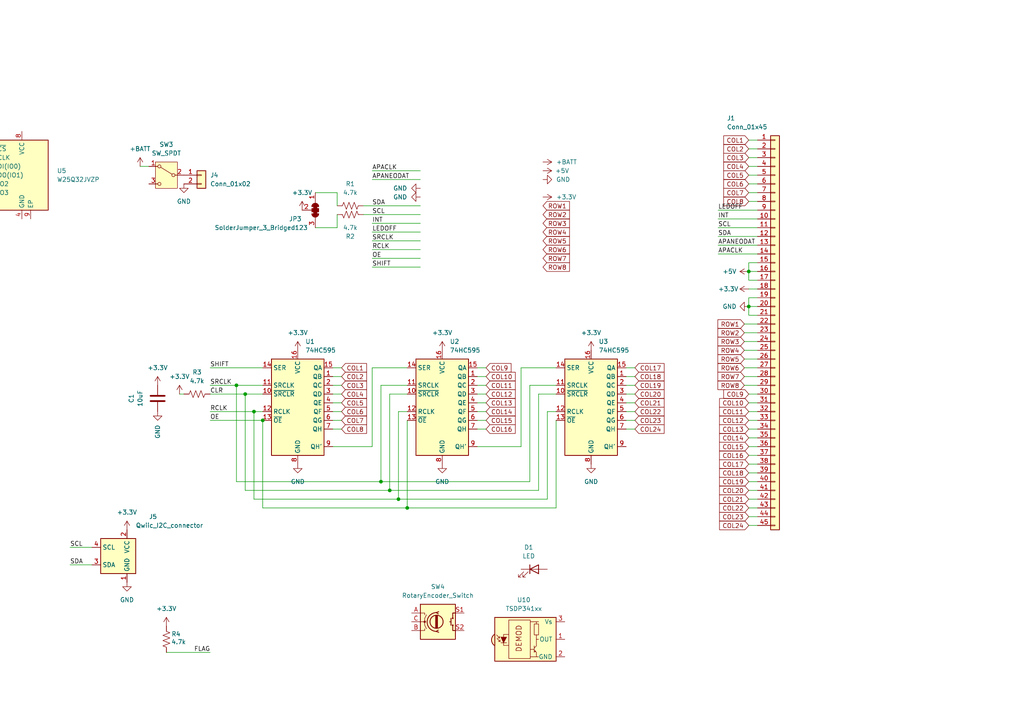
<source format=kicad_sch>
(kicad_sch (version 20231120) (generator "eeschema") (generator_version "8.0")
  (paper "A4")
  (junction (at 113.03 142.24))
  (junction (at 234.95 347.98))
  (junction (at 269.24 367.03))
  (junction (at 73.66 119.38))
  (junction (at 217.17 88.9))
  (junction (at 71.12 114.3))
  (junction (at 269.24 353.06))
  (junction (at 231.14 257.81))
  (junction (at 27.94 250.19))
  (junction (at 231.14 269.24))
  (junction (at 158.75 257.81))
  (junction (at 168.91 347.98))
  (junction (at 134.62 353.06))
  (junction (at 344.17 124.46))
  (junction (at 328.93 144.78))
  (junction (at 8.89 250.19))
  (junction (at 234.95 359.41))
  (junction (at 281.94 384.81))
  (junction (at 121.92 382.27))
  (junction (at 158.75 269.24))
  (junction (at 269.24 314.96))
  (junction (at 231.14 246.38))
  (junction (at 118.11 147.32))
  (junction (at 115.57 144.78))
  (junction (at 134.62 367.03))
  (junction (at 76.2 121.92))
  (junction (at 297.18 353.06))
  (junction (at 27.94 232.41))
  (junction (at 297.18 405.13))
  (junction (at 168.91 359.41))
  (junction (at 217.17 78.74))
  (junction (at 121.92 384.81))
  (junction (at 356.87 106.68))
  (junction (at 121.92 332.74))
  (junction (at 281.94 382.27))
  (junction (at 344.17 121.92))
  (junction (at 134.62 405.13))
  (junction (at 269.24 405.13))
  (junction (at 356.87 144.78))
  (junction (at 110.49 139.7))
  (junction (at 106.68 353.06))
  (junction (at 134.62 314.96))
  (junction (at 106.68 405.13))
  (junction (at 281.94 332.74))
  (junction (at 121.92 330.2))
  (junction (at 168.91 370.84))
  (junction (at 281.94 330.2))
  (junction (at 234.95 370.84))
  (junction (at 68.58 111.76))
  (junction (at 158.75 246.38))
  (wire (pts (xy 73.66 144.78) (xy 73.66 119.38)))
  (wire (pts (xy 113.03 142.24) (xy 71.12 142.24)))
  (wire (pts (xy 140.97 119.38) (xy 138.43 119.38)))
  (wire (pts (xy 71.12 142.24) (xy 71.12 114.3)))
  (wire (pts (xy 281.94 332.74) (xy 275.59 332.74)))
  (wire (pts (xy 20.32 163.83) (xy 26.67 163.83)))
  (wire (pts (xy 134.62 353.06) (xy 106.68 353.06)))
  (wire (pts (xy 269.24 314.96) (xy 281.94 314.96)))
  (wire (pts (xy 121.92 322.58) (xy 128.27 322.58)))
  (wire (pts (xy 281.94 372.11) (xy 275.59 372.11)))
  (wire (pts (xy 140.97 121.92) (xy 138.43 121.92)))
  (wire (pts (xy 68.58 111.76) (xy 76.2 111.76)))
  (wire (pts (xy 231.14 270.51) (xy 231.14 269.24)))
  (wire (pts (xy 217.17 147.32) (xy 219.71 147.32)))
  (wire (pts (xy 156.21 142.24) (xy 113.03 142.24)))
  (wire (pts (xy 321.31 144.78) (xy 328.93 144.78)))
  (wire (pts (xy 231.14 246.38) (xy 231.14 247.65)))
  (wire (pts (xy 217.17 88.9) (xy 219.71 88.9)))
  (wire (pts (xy 99.06 114.3) (xy 96.52 114.3)))
  (wire (pts (xy 162.56 374.65) (xy 168.91 374.65)))
  (wire (pts (xy 231.14 255.27) (xy 231.14 257.81)))
  (wire (pts (xy 165.1 257.81) (xy 158.75 257.81)))
  (wire (pts (xy 344.17 121.92) (xy 350.52 121.92)))
  (wire (pts (xy 110.49 139.7) (xy 68.58 139.7)))
  (wire (pts (xy 281.94 384.81) (xy 275.59 384.81)))
  (wire (pts (xy 217.17 40.64) (xy 219.71 40.64)))
  (wire (pts (xy 241.3 370.84) (xy 234.95 370.84)))
  (wire (pts (xy 281.94 322.58) (xy 275.59 322.58)))
  (wire (pts (xy 165.1 269.24) (xy 158.75 269.24)))
  (wire (pts (xy 140.97 106.68) (xy 138.43 106.68)))
  (wire (pts (xy 107.95 52.07) (xy 121.92 52.07)))
  (wire (pts (xy 99.06 111.76) (xy 96.52 111.76)))
  (wire (pts (xy 184.15 119.38) (xy 181.61 119.38)))
  (wire (pts (xy 356.87 114.3) (xy 356.87 106.68)))
  (wire (pts (xy 217.17 78.74) (xy 217.17 76.2)))
  (wire (pts (xy 281.94 374.65) (xy 275.59 374.65)))
  (wire (pts (xy 76.2 147.32) (xy 76.2 121.92)))
  (wire (pts (xy 184.15 114.3) (xy 181.61 114.3)))
  (wire (pts (xy 344.17 119.38) (xy 344.17 121.92)))
  (wire (pts (xy 217.17 81.28) (xy 219.71 81.28)))
  (wire (pts (xy 224.79 250.19) (xy 231.14 250.19)))
  (wire (pts (xy 16.51 242.57) (xy 21.59 242.57)))
  (wire (pts (xy 217.17 58.42) (xy 219.71 58.42)))
  (wire (pts (xy 208.28 71.12) (xy 219.71 71.12)))
  (wire (pts (xy 217.17 152.4) (xy 219.71 152.4)))
  (wire (pts (xy 217.17 91.44) (xy 217.17 88.9)))
  (wire (pts (xy 215.9 96.52) (xy 219.71 96.52)))
  (wire (pts (xy 161.29 121.92) (xy 161.29 147.32)))
  (wire (pts (xy 162.56 354.33) (xy 168.91 354.33)))
  (wire (pts (xy 121.92 374.65) (xy 128.27 374.65)))
  (wire (pts (xy 234.95 356.87) (xy 234.95 359.41)))
  (wire (pts (xy 241.3 351.79) (xy 234.95 351.79)))
  (wire (pts (xy 118.11 111.76) (xy 110.49 111.76)))
  (wire (pts (xy 99.06 116.84) (xy 96.52 116.84)))
  (wire (pts (xy 121.92 384.81) (xy 121.92 387.35)))
  (wire (pts (xy 158.75 144.78) (xy 115.57 144.78)))
  (wire (pts (xy 138.43 129.54) (xy 151.13 129.54)))
  (wire (pts (xy 217.17 55.88) (xy 219.71 55.88)))
  (wire (pts (xy 165.1 262.89) (xy 158.75 262.89)))
  (wire (pts (xy -10.16 171.45) (xy -2.54 171.45)))
  (wire (pts (xy 60.96 106.68) (xy 76.2 106.68)))
  (wire (pts (xy 217.17 76.2) (xy 219.71 76.2)))
  (wire (pts (xy 107.95 106.68) (xy 118.11 106.68)))
  (wire (pts (xy 217.17 124.46) (xy 219.71 124.46)))
  (wire (pts (xy 231.14 245.11) (xy 231.14 246.38)))
  (wire (pts (xy 161.29 147.32) (xy 118.11 147.32)))
  (wire (pts (xy 184.15 111.76) (xy 181.61 111.76)))
  (wire (pts (xy 241.3 341.63) (xy 234.95 341.63)))
  (wire (pts (xy 97.79 62.23) (xy 97.79 66.04)))
  (wire (pts (xy 208.28 66.04) (xy 219.71 66.04)))
  (wire (pts (xy 60.96 121.92) (xy 76.2 121.92)))
  (wire (pts (xy 153.67 111.76) (xy 153.67 139.7)))
  (wire (pts (xy 40.64 48.26) (xy 43.18 48.26)))
  (wire (pts (xy 97.79 59.69) (xy 97.79 55.88)))
  (wire (pts (xy 241.3 364.49) (xy 234.95 364.49)))
  (wire (pts (xy 158.75 246.38) (xy 158.75 247.65)))
  (wire (pts (xy 269.24 367.03) (xy 281.94 367.03)))
  (wire (pts (xy 162.56 370.84) (xy 168.91 370.84)))
  (wire (pts (xy 269.24 392.43) (xy 269.24 405.13)))
  (wire (pts (xy 304.8 353.06) (xy 297.18 353.06)))
  (wire (pts (xy 217.17 86.36) (xy 219.71 86.36)))
  (wire (pts (xy 224.79 273.05) (xy 231.14 273.05)))
  (wire (pts (xy 162.56 341.63) (xy 168.91 341.63)))
  (wire (pts (xy 217.17 144.78) (xy 219.71 144.78)))
  (wire (pts (xy 241.3 354.33) (xy 234.95 354.33)))
  (wire (pts (xy 162.56 364.49) (xy 168.91 364.49)))
  (wire (pts (xy 97.79 66.04) (xy 91.44 66.04)))
  (wire (pts (xy 165.1 265.43) (xy 158.75 265.43)))
  (wire (pts (xy 217.17 83.82) (xy 219.71 83.82)))
  (wire (pts (xy 165.1 246.38) (xy 158.75 246.38)))
  (wire (pts (xy 121.92 327.66) (xy 121.92 330.2)))
  (wire (pts (xy 110.49 111.76) (xy 110.49 139.7)))
  (wire (pts (xy 215.9 109.22) (xy 219.71 109.22)))
  (wire (pts (xy 140.97 114.3) (xy 138.43 114.3)))
  (wire (pts (xy 60.96 114.3) (xy 71.12 114.3)))
  (wire (pts (xy 281.94 379.73) (xy 281.94 382.27)))
  (wire (pts (xy 107.95 74.93) (xy 121.92 74.93)))
  (wire (pts (xy 162.56 347.98) (xy 168.91 347.98)))
  (wire (pts (xy 241.3 377.19) (xy 234.95 377.19)))
  (wire (pts (xy 162.56 351.79) (xy 168.91 351.79)))
  (wire (pts (xy 217.17 81.28) (xy 217.17 78.74)))
  (wire (pts (xy 234.95 359.41) (xy 234.95 361.95)))
  (wire (pts (xy 215.9 93.98) (xy 219.71 93.98)))
  (wire (pts (xy 52.07 114.3) (xy 53.34 114.3)))
  (wire (pts (xy 165.1 250.19) (xy 158.75 250.19)))
  (wire (pts (xy 168.91 356.87) (xy 168.91 359.41)))
  (wire (pts (xy 215.9 99.06) (xy 219.71 99.06)))
  (wire (pts (xy 356.87 132.08) (xy 356.87 144.78)))
  (wire (pts (xy 344.17 124.46) (xy 350.52 124.46)))
  (wire (pts (xy 269.24 367.03) (xy 269.24 374.65)))
  (wire (pts (xy 217.17 134.62) (xy 219.71 134.62)))
  (wire (pts (xy 344.17 124.46) (xy 344.17 127)))
  (wire (pts (xy 20.32 158.75) (xy 26.67 158.75)))
  (wire (pts (xy -10.16 168.91) (xy -2.54 168.91)))
  (wire (pts (xy 140.97 109.22) (xy 138.43 109.22)))
  (wire (pts (xy 16.51 232.41) (xy 16.51 234.95)))
  (wire (pts (xy 269.24 405.13) (xy 297.18 405.13)))
  (wire (pts (xy -82.55 44.45) (xy -76.2 44.45)))
  (wire (pts (xy 184.15 106.68) (xy 181.61 106.68)))
  (wire (pts (xy 234.95 369.57) (xy 234.95 370.84)))
  (wire (pts (xy 208.28 73.66) (xy 219.71 73.66)))
  (wire (pts (xy 215.9 104.14) (xy 219.71 104.14)))
  (wire (pts (xy 165.1 273.05) (xy 158.75 273.05)))
  (wire (pts (xy 158.75 245.11) (xy 158.75 246.38)))
  (wire (pts (xy 165.1 242.57) (xy 158.75 242.57)))
  (wire (pts (xy 217.17 139.7) (xy 219.71 139.7)))
  (wire (pts (xy 107.95 49.53) (xy 121.92 49.53)))
  (wire (pts (xy 121.92 372.11) (xy 128.27 372.11)))
  (wire (pts (xy 151.13 106.68) (xy 161.29 106.68)))
  (wire (pts (xy 107.95 129.54) (xy 107.95 106.68)))
  (wire (pts (xy 283.21 283.21) (xy 288.29 283.21)))
  (wire (pts (xy 134.62 314.96) (xy 121.92 314.96)))
  (wire (pts (xy 57.15 288.29) (xy 62.23 288.29)))
  (wire (pts (xy 165.1 240.03) (xy 158.75 240.03)))
  (wire (pts (xy 313.69 283.21) (xy 308.61 283.21)))
  (wire (pts (xy 215.9 101.6) (xy 219.71 101.6)))
  (wire (pts (xy 105.41 62.23) (xy 121.92 62.23)))
  (wire (pts (xy 281.94 332.74) (xy 281.94 335.28)))
  (wire (pts (xy 231.14 267.97) (xy 231.14 269.24)))
  (wire (pts (xy 241.3 347.98) (xy 234.95 347.98)))
  (wire (pts (xy 165.1 275.59) (xy 158.75 275.59)))
  (wire (pts (xy 68.58 139.7) (xy 68.58 111.76)))
  (wire (pts (xy 105.41 59.69) (xy 121.92 59.69)))
  (wire (pts (xy 281.94 382.27) (xy 275.59 382.27)))
  (wire (pts (xy 113.03 114.3) (xy 113.03 142.24)))
  (wire (pts (xy 217.17 137.16) (xy 219.71 137.16)))
  (wire (pts (xy 99.06 121.92) (xy 96.52 121.92)))
  (wire (pts (xy 269.24 340.36) (xy 269.24 353.06)))
  (wire (pts (xy 313.69 259.08) (xy 308.61 259.08)))
  (wire (pts (xy 134.62 392.43) (xy 134.62 405.13)))
  (wire (pts (xy 168.91 347.98) (xy 168.91 349.25)))
  (wire (pts (xy 121.92 379.73) (xy 121.92 382.27)))
  (wire (pts (xy 107.95 77.47) (xy 121.92 77.47)))
  (wire (pts (xy 184.15 109.22) (xy 181.61 109.22)))
  (wire (pts (xy 231.14 257.81) (xy 231.14 260.35)))
  (wire (pts (xy 241.3 374.65) (xy 234.95 374.65)))
  (wire (pts (xy 8.89 250.19) (xy 27.94 250.19)))
  (wire (pts (xy 217.17 114.3) (xy 219.71 114.3)))
  (wire (pts (xy 158.75 257.81) (xy 158.75 260.35)))
  (wire (pts (xy 217.17 121.92) (xy 219.71 121.92)))
  (wire (pts (xy 208.28 63.5) (xy 219.71 63.5)))
  (wire (pts (xy 217.17 142.24) (xy 219.71 142.24)))
  (wire (pts (xy 224.79 246.38) (xy 231.14 246.38)))
  (wire (pts (xy 134.62 367.03) (xy 134.62 374.65)))
  (wire (pts (xy 162.56 377.19) (xy 168.91 377.19)))
  (wire (pts (xy 168.91 359.41) (xy 168.91 361.95)))
  (wire (pts (xy 118.11 147.32) (xy 76.2 147.32)))
  (wire (pts (xy 224.79 252.73) (xy 231.14 252.73)))
  (wire (pts (xy 140.97 111.76) (xy 138.43 111.76)))
  (wire (pts (xy 344.17 111.76) (xy 350.52 111.76)))
  (wire (pts (xy 161.29 114.3) (xy 156.21 114.3)))
  (wire (pts (xy 234.95 346.71) (xy 234.95 347.98)))
  (wire (pts (xy 269.24 353.06) (xy 297.18 353.06)))
  (wire (pts (xy 107.95 69.85) (xy 121.92 69.85)))
  (wire (pts (xy 217.17 129.54) (xy 219.71 129.54)))
  (wire (pts (xy 121.92 384.81) (xy 128.27 384.81)))
  (wire (pts (xy 162.56 367.03) (xy 168.91 367.03)))
  (wire (pts (xy 344.17 114.3) (xy 350.52 114.3)))
  (wire (pts (xy 217.17 127) (xy 219.71 127)))
  (wire (pts (xy 281.94 330.2) (xy 275.59 330.2)))
  (wire (pts (xy 99.06 124.46) (xy 96.52 124.46)))
  (wire (pts (xy 96.52 129.54) (xy 107.95 129.54)))
  (wire (pts (xy 224.79 269.24) (xy 231.14 269.24)))
  (wire (pts (xy 134.62 405.13) (xy 106.68 405.13)))
  (wire (pts (xy 158.75 255.27) (xy 158.75 257.81)))
  (wire (pts (xy 234.95 372.11) (xy 234.95 370.84)))
  (wire (pts (xy 217.17 45.72) (xy 219.71 45.72)))
  (wire (pts (xy 224.79 257.81) (xy 231.14 257.81)))
  (wire (pts (xy 208.28 68.58) (xy 219.71 68.58)))
  (wire (pts (xy 217.17 43.18) (xy 219.71 43.18)))
  (wire (pts (xy 115.57 144.78) (xy 73.66 144.78)))
  (wire (pts (xy 121.92 330.2) (xy 128.27 330.2)))
  (wire (pts (xy 107.95 72.39) (xy 121.92 72.39)))
  (wire (pts (xy 97.79 55.88) (xy 91.44 55.88)))
  (wire (pts (xy 224.79 275.59) (xy 231.14 275.59)))
  (wire (pts (xy 161.29 111.76) (xy 153.67 111.76)))
  (wire (pts (xy 168.91 346.71) (xy 168.91 347.98)))
  (wire (pts (xy 16.51 240.03) (xy 21.59 240.03)))
  (wire (pts (xy 99.06 353.06) (xy 106.68 353.06)))
  (wire (pts (xy 281.94 327.66) (xy 281.94 330.2)))
  (wire (pts (xy 217.17 50.8) (xy 219.71 50.8)))
  (wire (pts (xy 224.79 262.89) (xy 231.14 262.89)))
  (wire (pts (xy 121.92 332.74) (xy 121.92 335.28)))
  (wire (pts (xy 151.13 129.54) (xy 151.13 106.68)))
  (wire (pts (xy 217.17 88.9) (xy 217.17 86.36)))
  (wire (pts (xy 217.17 149.86) (xy 219.71 149.86)))
  (wire (pts (xy 241.3 344.17) (xy 234.95 344.17)))
  (wire (pts (xy 165.1 252.73) (xy 158.75 252.73)))
  (wire (pts (xy 99.06 405.13) (xy 106.68 405.13)))
  (wire (pts (xy 99.06 119.38) (xy 96.52 119.38)))
  (wire (pts (xy 140.97 124.46) (xy 138.43 124.46)))
  (wire (pts (xy 234.95 347.98) (xy 234.95 349.25)))
  (wire (pts (xy 153.67 139.7) (xy 110.49 139.7)))
  (wire (pts (xy 60.96 119.38) (xy 73.66 119.38)))
  (wire (pts (xy 168.91 369.57) (xy 168.91 370.84)))
  (wire (pts (xy 241.3 359.41) (xy 234.95 359.41)))
  (wire (pts (xy 215.9 111.76) (xy 219.71 111.76)))
  (wire (pts (xy 162.56 359.41) (xy 168.91 359.41)))
  (wire (pts (xy -82.55 41.91) (xy -76.2 41.91)))
  (wire (pts (xy 87.63 264.16) (xy 82.55 264.16)))
  (wire (pts (xy 27.94 232.41) (xy 16.51 232.41)))
  (wire (pts (xy 156.21 114.3) (xy 156.21 142.24)))
  (wire (pts (xy 217.17 132.08) (xy 219.71 132.08)))
  (wire (pts (xy 73.66 119.38) (xy 76.2 119.38)))
  (wire (pts (xy 48.26 189.23) (xy 60.96 189.23)))
  (wire (pts (xy 224.79 240.03) (xy 231.14 240.03)))
  (wire (pts (xy 158.75 267.97) (xy 158.75 269.24)))
  (wire (pts (xy 71.12 114.3) (xy 76.2 114.3)))
  (wire (pts (xy 99.06 109.22) (xy 96.52 109.22)))
  (wire (pts (xy 6.35 250.19) (xy 8.89 250.19)))
  (wire (pts (xy 57.15 264.16) (xy 62.23 264.16)))
  (wire (pts (xy 118.11 114.3) (xy 113.03 114.3)))
  (wire (pts (xy 217.17 53.34) (xy 219.71 53.34)))
  (wire (pts (xy 356.87 144.78) (xy 328.93 144.78)))
  (wire (pts (xy 121.92 382.27) (xy 128.27 382.27)))
  (wire (pts (xy 184.15 124.46) (xy 181.61 124.46)))
  (wire (pts (xy 107.95 67.31) (xy 121.92 67.31)))
  (wire (pts (xy 283.21 259.08) (xy 288.29 259.08)))
  (wire (pts (xy 241.3 367.03) (xy 234.95 367.03)))
  (wire (pts (xy 217.17 78.74) (xy 219.71 78.74)))
  (wire (pts (xy 281.94 384.81) (xy 281.94 387.35)))
  (wire (pts (xy 121.92 320.04) (xy 128.27 320.04)))
  (wire (pts (xy 99.06 106.68) (xy 96.52 106.68)))
  (wire (pts (xy 60.96 111.76) (xy 68.58 111.76)))
  (wire (pts (xy 269.24 322.58) (xy 269.24 314.96)))
  (wire (pts (xy 217.17 116.84) (xy 219.71 116.84)))
  (wire (pts (xy 162.56 344.17) (xy 168.91 344.17)))
  (wire (pts (xy 168.91 372.11) (xy 168.91 370.84)))
  (wire (pts (xy 304.8 405.13) (xy 297.18 405.13)))
  (wire (pts (xy 121.92 332.74) (xy 128.27 332.74)))
  (wire (pts (xy 161.29 119.38) (xy 158.75 119.38)))
  (wire (pts (xy 217.17 48.26) (xy 219.71 48.26)))
  (wire (pts (xy 184.15 121.92) (xy 181.61 121.92)))
  (wire (pts (xy 87.63 288.29) (xy 82.55 288.29)))
  (wire (pts (xy 134.62 322.58) (xy 134.62 314.96)))
  (wire (pts (xy 208.28 60.96) (xy 219.71 60.96)))
  (wire (pts (xy 158.75 119.38) (xy 158.75 144.78)))
  (wire (pts (xy 134.62 367.03) (xy 121.92 367.03)))
  (wire (pts (xy 158.75 270.51) (xy 158.75 269.24)))
  (wire (pts (xy 224.79 242.57) (xy 231.14 242.57)))
  (wire (pts (xy 118.11 121.92) (xy 118.11 147.32)))
  (wire (pts (xy 217.17 91.44) (xy 219.71 91.44)))
  (wire (pts (xy 184.15 116.84) (xy 181.61 116.84)))
  (wire (pts (xy 217.17 119.38) (xy 219.71 119.38)))
  (wire (pts (xy 115.57 119.38) (xy 115.57 144.78)))
  (wire (pts (xy 118.11 119.38) (xy 115.57 119.38)))
  (wire (pts (xy 281.94 320.04) (xy 275.59 320.04)))
  (wire (pts (xy 356.87 106.68) (xy 344.17 106.68)))
  (wire (pts (xy 215.9 106.68) (xy 219.71 106.68)))
  (wire (pts (xy -82.55 39.37) (xy -76.2 39.37)))
  (wire (pts (xy 107.95 64.77) (xy 121.92 64.77)))
  (wire (pts (xy 224.79 265.43) (xy 231.14 265.43)))
  (wire (pts (xy 134.62 340.36) (xy 134.62 353.06)))
  (wire (pts (xy 140.97 116.84) (xy 138.43 116.84)))
  (label "DPR2" (at 275.59 384.81 0))
  (label "CC1R1" (at 224.79 240.03 0))
  (label "DPL1" (at 162.56 354.33 0))
  (label "CC2R1" (at 275.59 322.58 0))
  (label "CC2L2" (at 162.56 374.65 0))
  (label "SWCLK" (at -82.55 39.37 0))
  (label "DPD" (at 21.59 240.03 180))
  (label "SHIFT" (at 60.96 106.68 0))
  (label "RCLK" (at 60.96 119.38 0))
  (label "RCLK" (at 107.95 72.39 0))
  (label "SRCLK" (at 107.95 69.85 0))
  (label "CC1R2" (at 241.3 374.65 180))
  (label "DMR1" (at 275.59 330.2 0))
  (label "CC2R2" (at 224.79 275.59 0))
  (label "CC2L1" (at 128.27 322.58 180))
  (label "DMR1" (at 241.3 354.33 180))
  (label "FLAG" (at 283.21 283.21 0))
  (label "SDA" (at 20.32 163.83 0))
  (label "DPR1" (at 241.3 351.79 180))
  (label "APACLK" (at 107.95 49.53 0))
  (label "APACLK" (at 208.28 73.66 0))
  (label "CC2R1" (at 241.3 344.17 180))
  (label "FLAG" (at 60.96 189.23 180))
  (label "DMR2" (at 275.59 382.27 0))
  (label "CC2L2" (at 165.1 273.05 180))
  (label "INT" (at 107.95 64.77 0))
  (label "SWDIO" (at -82.55 41.91 0))
  (label "SDA" (at 107.95 59.69 0))
  (label "DPPROC" (at -2.54 171.45 180))
  (label "APANEODAT" (at 208.28 71.12 0))
  (label "DPL2" (at 162.56 367.03 0))
  (label "DMC1" (at 350.52 121.92 180))
  (label "DPL1" (at 128.27 332.74 180))
  (label "LEDOFF" (at 208.28 60.96 0))
  (label "SDA" (at 208.28 68.58 0))
  (label "CC2L2" (at 128.27 374.65 180))
  (label "DML1" (at 128.27 330.2 180))
  (label "DML2" (at 165.1 262.89 180))
  (label "SCL" (at 20.32 158.75 0))
  (label "FLAG" (at 87.63 264.16 180))
  (label "ENR1" (at 313.69 259.08 180))
  (label "DPL1" (at 165.1 252.73 180))
  (label "CC1L1" (at 162.56 344.17 0))
  (label "DMPROC" (at -2.54 168.91 180))
  (label "NRST" (at -82.55 44.45 0))
  (label "LEDOFF" (at 107.95 67.31 0))
  (label "CC1C" (at 350.52 111.76 180))
  (label "FLAG" (at 283.21 259.08 0))
  (label "DMD" (at 21.59 242.57 180))
  (label "CC1R2" (at 224.79 273.05 0))
  (label "DML1" (at 165.1 250.19 180))
  (label "CC2R2" (at 275.59 374.65 0))
  (label "DML1" (at 162.56 351.79 0))
  (label "CC2R2" (at 241.3 377.19 180))
  (label "DPR1" (at 275.59 332.74 0))
  (label "OE" (at 107.95 74.93 0))
  (label "ENL2" (at 57.15 288.29 0))
  (label "CC2L1" (at 162.56 341.63 0))
  (label "CC1L2" (at 165.1 275.59 180))
  (label "DPL2" (at 165.1 265.43 180))
  (label "ENL1" (at 57.15 264.16 0))
  (label "ENR2" (at 313.69 283.21 180))
  (label "CC1L2" (at 128.27 372.11 180))
  (label "DMR2" (at 241.3 367.03 180))
  (label "CC1R1" (at 275.59 320.04 0))
  (label "DPC1" (at 350.52 124.46 180))
  (label "SCL" (at 107.95 62.23 0))
  (label "CC1L2" (at 162.56 377.19 0))
  (label "DPR1" (at 224.79 250.19 0))
  (label "CC2C" (at 350.52 114.3 180))
  (label "CC1L1" (at 165.1 242.57 180))
  (label "CLR" (at 60.96 114.3 0))
  (label "DPR2" (at 241.3 364.49 180))
  (label "OE" (at 60.96 121.92 0))
  (label "DPR2" (at 224.79 262.89 0))
  (label "INT" (at 208.28 63.5 0))
  (label "DMR1" (at 224.79 252.73 0))
  (label "DMR2" (at 224.79 265.43 0))
  (label "SRCLK" (at 60.96 111.76 0))
  (label "DPL2" (at 128.27 384.81 180))
  (label "APANEODAT" (at 107.95 52.07 0))
  (label "CC1L1" (at 128.27 320.04 180))
  (label "SHIFT" (at 107.95 77.47 0))
  (label "CC2L1" (at 165.1 240.03 180))
  (label "CC2R1" (at 224.79 242.57 0))
  (label "FLAG" (at 87.63 288.29 180))
  (label "CC1R1" (at 241.3 341.63 180))
  (label "SCL" (at 208.28 66.04 0))
  (label "DML2" (at 128.27 382.27 180))
  (label "CC1R2" (at 275.59 372.11 0))
  (label "DML2" (at 162.56 364.49 0))
  (global_label "COL15" (shape input) (at 140.97 121.92 0) (property "Intersheetrefs" "${INTERSHEET_REFS}" (effects (hide yes))))
  (global_label "COL3" (shape input) (at 99.06 111.76 0) (property "Intersheetrefs" "${INTERSHEET_REFS}" (effects (hide yes))))
  (global_label "COL13" (shape input) (at 217.17 124.46 180) (property "Intersheetrefs" "${INTERSHEET_REFS}" (effects (hide yes))))
  (global_label "ROW3" (shape input) (at 215.9 99.06 180) (property "Intersheetrefs" "${INTERSHEET_REFS}" (effects (hide yes))))
  (global_label "ROW4" (shape input) (at 157.48 67.31 0) (property "Intersheetrefs" "${INTERSHEET_REFS}" (effects (hide yes))))
  (global_label "COL17" (shape input) (at 217.17 134.62 180) (property "Intersheetrefs" "${INTERSHEET_REFS}" (effects (hide yes))))
  (global_label "COL16" (shape input) (at 140.97 124.46 0) (property "Intersheetrefs" "${INTERSHEET_REFS}" (effects (hide yes))))
  (global_label "COL5" (shape input) (at 99.06 116.84 0) (property "Intersheetrefs" "${INTERSHEET_REFS}" (effects (hide yes))))
  (global_label "COL4" (shape input) (at 99.06 114.3 0) (property "Intersheetrefs" "${INTERSHEET_REFS}" (effects (hide yes))))
  (global_label "COL14" (shape input) (at 217.17 127 180) (property "Intersheetrefs" "${INTERSHEET_REFS}" (effects (hide yes))))
  (global_label "COL16" (shape input) (at 217.17 132.08 180) (property "Intersheetrefs" "${INTERSHEET_REFS}" (effects (hide yes))))
  (global_label "COL10" (shape input) (at 217.17 116.84 180) (property "Intersheetrefs" "${INTERSHEET_REFS}" (effects (hide yes))))
  (global_label "COL20" (shape input) (at 217.17 142.24 180) (property "Intersheetrefs" "${INTERSHEET_REFS}" (effects (hide yes))))
  (global_label "COL23" (shape input) (at 184.15 121.92 0) (property "Intersheetrefs" "${INTERSHEET_REFS}" (effects (hide yes))))
  (global_label "COL22" (shape input) (at 217.17 147.32 180) (property "Intersheetrefs" "${INTERSHEET_REFS}" (effects (hide yes))))
  (global_label "ROW7" (shape input) (at 215.9 109.22 180) (property "Intersheetrefs" "${INTERSHEET_REFS}" (effects (hide yes))))
  (global_label "COL4" (shape input) (at 217.17 48.26 180) (property "Intersheetrefs" "${INTERSHEET_REFS}" (effects (hide yes))))
  (global_label "ROW8" (shape input) (at 215.9 111.76 180) (property "Intersheetrefs" "${INTERSHEET_REFS}" (effects (hide yes))))
  (global_label "ROW8" (shape input) (at 157.48 77.47 0) (property "Intersheetrefs" "${INTERSHEET_REFS}" (effects (hide yes))))
  (global_label "ROW4" (shape input) (at 215.9 101.6 180) (property "Intersheetrefs" "${INTERSHEET_REFS}" (effects (hide yes))))
  (global_label "COL24" (shape input) (at 184.15 124.46 0) (property "Intersheetrefs" "${INTERSHEET_REFS}" (effects (hide yes))))
  (global_label "COL9" (shape input) (at 217.17 114.3 180) (property "Intersheetrefs" "${INTERSHEET_REFS}" (effects (hide yes))))
  (global_label "COL10" (shape input) (at 140.97 109.22 0) (property "Intersheetrefs" "${INTERSHEET_REFS}" (effects (hide yes))))
  (global_label "COL6" (shape input) (at 99.06 119.38 0) (property "Intersheetrefs" "${INTERSHEET_REFS}" (effects (hide yes))))
  (global_label "COL24" (shape input) (at 217.17 152.4 180) (property "Intersheetrefs" "${INTERSHEET_REFS}" (effects (hide yes))))
  (global_label "COL9" (shape input) (at 140.97 106.68 0) (property "Intersheetrefs" "${INTERSHEET_REFS}" (effects (hide yes))))
  (global_label "ROW5" (shape input) (at 215.9 104.14 180) (property "Intersheetrefs" "${INTERSHEET_REFS}" (effects (hide yes))))
  (global_label "ROW6" (shape input) (at 215.9 106.68 180) (property "Intersheetrefs" "${INTERSHEET_REFS}" (effects (hide yes))))
  (global_label "COL11" (shape input) (at 140.97 111.76 0) (property "Intersheetrefs" "${INTERSHEET_REFS}" (effects (hide yes))))
  (global_label "ROW7" (shape input) (at 157.48 74.93 0) (property "Intersheetrefs" "${INTERSHEET_REFS}" (effects (hide yes))))
  (global_label "COL15" (shape input) (at 217.17 129.54 180) (property "Intersheetrefs" "${INTERSHEET_REFS}" (effects (hide yes))))
  (global_label "COL2" (shape input) (at 217.17 43.18 180) (property "Intersheetrefs" "${INTERSHEET_REFS}" (effects (hide yes))))
  (global_label "COL23" (shape input) (at 217.17 149.86 180) (property "Intersheetrefs" "${INTERSHEET_REFS}" (effects (hide yes))))
  (global_label "COL19" (shape input) (at 184.15 111.76 0) (property "Intersheetrefs" "${INTERSHEET_REFS}" (effects (hide yes))))
  (global_label "ROW5" (shape input) (at 157.48 69.85 0) (property "Intersheetrefs" "${INTERSHEET_REFS}" (effects (hide yes))))
  (global_label "ROW2" (shape input) (at 215.9 96.52 180) (property "Intersheetrefs" "${INTERSHEET_REFS}" (effects (hide yes))))
  (global_label "COL18" (shape input) (at 184.15 109.22 0) (property "Intersheetrefs" "${INTERSHEET_REFS}" (effects (hide yes))))
  (global_label "COL1" (shape input) (at 99.06 106.68 0) (property "Intersheetrefs" "${INTERSHEET_REFS}" (effects (hide yes))))
  (global_label "COL2" (shape input) (at 99.06 109.22 0) (property "Intersheetrefs" "${INTERSHEET_REFS}" (effects (hide yes))))
  (global_label "COL20" (shape input) (at 184.15 114.3 0) (property "Intersheetrefs" "${INTERSHEET_REFS}" (effects (hide yes))))
  (global_label "ROW6" (shape input) (at 157.48 72.39 0) (property "Intersheetrefs" "${INTERSHEET_REFS}" (effects (hide yes))))
  (global_label "COL5" (shape input) (at 217.17 50.8 180) (property "Intersheetrefs" "${INTERSHEET_REFS}" (effects (hide yes))))
  (global_label "COL13" (shape input) (at 140.97 116.84 0) (property "Intersheetrefs" "${INTERSHEET_REFS}" (effects (hide yes))))
  (global_label "COL18" (shape input) (at 217.17 137.16 180) (property "Intersheetrefs" "${INTERSHEET_REFS}" (effects (hide yes))))
  (global_label "COL8" (shape input) (at 217.17 58.42 180) (property "Intersheetrefs" "${INTERSHEET_REFS}" (effects (hide yes))))
  (global_label "COL8" (shape input) (at 99.06 124.46 0) (property "Intersheetrefs" "${INTERSHEET_REFS}" (effects (hide yes))))
  (global_label "COL21" (shape input) (at 217.17 144.78 180) (property "Intersheetrefs" "${INTERSHEET_REFS}" (effects (hide yes))))
  (global_label "ROW1" (shape input) (at 215.9 93.98 180) (property "Intersheetrefs" "${INTERSHEET_REFS}" (effects (hide yes))))
  (global_label "ROW1" (shape input) (at 157.48 59.69 0) (property "Intersheetrefs" "${INTERSHEET_REFS}" (effects (hide yes))))
  (global_label "COL22" (shape input) (at 184.15 119.38 0) (property "Intersheetrefs" "${INTERSHEET_REFS}" (effects (hide yes))))
  (global_label "ROW2" (shape input) (at 157.48 62.23 0) (property "Intersheetrefs" "${INTERSHEET_REFS}" (effects (hide yes))))
  (global_label "COL7" (shape input) (at 99.06 121.92 0) (property "Intersheetrefs" "${INTERSHEET_REFS}" (effects (hide yes))))
  (global_label "ROW3" (shape input) (at 157.48 64.77 0) (property "Intersheetrefs" "${INTERSHEET_REFS}" (effects (hide yes))))
  (global_label "COL14" (shape input) (at 140.97 119.38 0) (property "Intersheetrefs" "${INTERSHEET_REFS}" (effects (hide yes))))
  (global_label "COL19" (shape input) (at 217.17 139.7 180) (property "Intersheetrefs" "${INTERSHEET_REFS}" (effects (hide yes))))
  (global_label "COL17" (shape input) (at 184.15 106.68 0) (property "Intersheetrefs" "${INTERSHEET_REFS}" (effects (hide yes))))
  (global_label "COL12" (shape input) (at 217.17 121.92 180) (property "Intersheetrefs" "${INTERSHEET_REFS}" (effects (hide yes))))
  (global_label "COL1" (shape input) (at 217.17 40.64 180) (property "Intersheetrefs" "${INTERSHEET_REFS}" (effects (hide yes))))
  (global_label "COL6" (shape input) (at 217.17 53.34 180) (property "Intersheetrefs" "${INTERSHEET_REFS}" (effects (hide yes))))
  (global_label "COL12" (shape input) (at 140.97 114.3 0) (property "Intersheetrefs" "${INTERSHEET_REFS}" (effects (hide yes))))
  (global_label "COL7" (shape input) (at 217.17 55.88 180) (property "Intersheetrefs" "${INTERSHEET_REFS}" (effects (hide yes))))
  (global_label "COL3" (shape input) (at 217.17 45.72 180) (property "Intersheetrefs" "${INTERSHEET_REFS}" (effects (hide yes))))
  (global_label "COL21" (shape input) (at 184.15 116.84 0) (property "Intersheetrefs" "${INTERSHEET_REFS}" (effects (hide yes))))
  (global_label "COL11" (shape input) (at 217.17 119.38 180) (property "Intersheetrefs" "${INTERSHEET_REFS}" (effects (hide yes))))
  (symbol (lib_id "power:GND") (at 27.94 250.19 0) (unit 1)
    (property "Reference" "#PWR042" (effects (hide yes)))
    (property "Value" "GND" (at 27.94 254 0))
  )
  (symbol (lib_id "power:+5V") (at 356.87 106.68 0) (unit 1)
    (property "Reference" "#PWR039" (effects (hide yes)))
    (property "Value" "VBUSC" (at 363.982 102.87 0) (effects (justify right)))
  )
  (symbol (lib_id "power:+BATT") (at 157.48 46.99 270) (unit 1)
    (property "Reference" "#PWR08" (effects (hide yes)))
    (property "Value" "+BATT" (at 161.29 46.99 90) (effects (justify left)))
  )
  (symbol (lib_id "power:GND") (at 165.1 257.81 0) (mirror y) (unit 1)
    (property "Reference" "#PWR044" (effects (hide yes)))
    (property "Value" "GND" (at 168.656 259.08 0))
  )
  (symbol (lib_id "power:GND") (at -92.71 44.45 0) (mirror y) (unit 1)
    (property "Reference" "#PWR022" (effects (hide yes)))
    (property "Value" "GND" (at -92.71 49.53 0))
  )
  (symbol (lib_id "Jumper:SolderJumper_3_Bridged123") (at 91.44 60.96 270) (unit 1)
    (property "Reference" "JP3" (at 83.82 63.5 90) (effects (justify left)))
    (property "Value" "SolderJumper_3_Bridged123" (at 62.23 66.04 90) (effects (justify left)))
    (property "Footprint" "maxfootprints:SolderJumper-3_P1.3mm_Bridged123_RoundedPad1.0x1.5mm" (effects (hide yes)))
  )
  (symbol (lib_id "power:+3.3V") (at 128.27 101.6 0) (unit 1)
    (property "Reference" "#PWR015" (effects (hide yes)))
    (property "Value" "+3.3V" (at 128.27 96.52 0))
  )
  (symbol (lib_id "power:GND") (at 241.3 359.41 0) (mirror y) (unit 1)
    (property "Reference" "#PWR035" (effects (hide yes)))
    (property "Value" "GND" (at 244.856 360.68 0))
  )
  (symbol (lib_id "power:+5V") (at 165.1 246.38 0) (mirror y) (unit 1)
    (property "Reference" "#PWR043" (effects (hide yes)))
    (property "Value" "VBUSL1" (at 166.37 244.856 0) (effects (justify right)))
  )
  (symbol (lib_id "power:GND") (at 121.92 57.15 270) (unit 1)
    (property "Reference" "#PWR09" (effects (hide yes)))
    (property "Value" "GND" (at 118.11 57.15 90) (effects (justify right)))
  )
  (symbol (lib_id "power:GND") (at 134.62 405.13 0) (unit 1)
    (property "Reference" "#PWR027" (effects (hide yes)))
    (property "Value" "GND" (at 134.62 410.21 0))
  )
  (symbol (lib_id "Connector:USB_A") (at 8.89 240.03 0) (unit 1)
    (property "Reference" "J3" (at 8.89 227.33 0))
    (property "Value" "USB_A" (at 8.89 229.87 0))
    (property "Footprint" "Connector_USB:USB_A_Molex_67643_Horizontal" (effects (hide yes)))
    (property "Datasheet" " ~" (effects (hide yes)))
    (property "Description" "USB Type A connector" (effects (hide yes)))
  )
  (symbol (lib_id "power:+BATT") (at 40.64 48.26 0) (unit 1)
    (property "Reference" "#PWR021" (effects (hide yes)))
    (property "Value" "+BATT" (at 40.64 43.18 0))
  )
  (symbol (lib_id "power:GND") (at 171.45 134.62 0) (unit 1)
    (property "Reference" "#PWR013" (effects (hide yes)))
    (property "Value" "GND" (at 171.45 139.7 0))
  )
  (symbol (lib_id "power:+5V") (at 308.61 278.13 0) (unit 1)
    (property "Reference" "#PWR058" (effects (hide yes)))
    (property "Value" "+5V" (at 308.61 270.51 90) (effects (justify right)))
  )
  (symbol (lib_id "power:GND") (at 53.34 53.34 0) (unit 1)
    (property "Reference" "#PWR020" (effects (hide yes)))
    (property "Value" "GND" (at 53.34 58.42 0))
  )
  (symbol (lib_id "power:GND") (at 224.79 257.81 0) (unit 1)
    (property "Reference" "#PWR047" (effects (hide yes)))
    (property "Value" "GND" (at 221.234 259.08 0))
  )
  (symbol (lib_id "Connector:USB_C_Receptacle_USB2.0_16P") (at 297.18 382.27 0) (mirror y) (unit 1)
    (property "Reference" "J11" (at 297.18 359.41 0))
    (property "Value" "USB_C_Receptacle_USB2.0_16P" (at 297.18 361.95 0))
    (property "Footprint" "Connector_USB:USB_C_Receptacle_HRO_TYPE-C-31-M-12" (effects (hide yes)))
    (property "Datasheet" "https://www.usb.org/sites/default/files/documents/usb_type-c.zip" (effects (hide yes)))
    (property "Description" "USB 2.0-only 16P Type-C Receptacle connector" (effects (hide yes)))
  )
  (symbol (lib_id "power:+5V") (at 224.79 246.38 0) (unit 1)
    (property "Reference" "#PWR046" (effects (hide yes)))
    (property "Value" "VBUSR1" (at 223.52 244.856 0) (effects (justify right)))
  )
  (symbol (lib_id "Device:R_US") (at 57.15 114.3 90) (unit 1)
    (property "Reference" "R3" (at 57.15 107.95 90))
    (property "Value" "4.7k" (at 57.15 110.49 90))
    (property "Footprint" "Resistor_SMD:R_0603_1608Metric" (effects (hide yes)))
    (property "LCSC" "C25999" (effects (hide yes)))
  )
  (symbol (lib_id "Power_Management:AP22814AW5") (at 298.45 256.54 0) (mirror y) (unit 1)
    (property "Reference" "U12" (at 298.45 246.38 0))
    (property "Value" "AP22814AW5" (at 298.45 248.92 0))
    (property "Footprint" "Package_TO_SOT_SMD:SOT-23-5" (effects (hide yes)))
    (property "Datasheet" "https://www.diodes.com/assets/Datasheets/AP22804_14.pdf" (effects (hide yes)))
    (property "Description" "Current limited 3A power switch, single channel, SOT-23-5" (effects (hide yes)))
  )
  (symbol (lib_id "MCU_Nordic:nRF5340-QKxx") (at -43.18 105.41 0) (unit 1)
    (property "Reference" "U4" (at -40.9859 176.53 0) (effects (justify left)))
    (property "Value" "nRF5340-QKxx" (at -40.9859 179.07 0) (effects (justify left)))
    (property "Footprint" "Package_DFN_QFN:Nordic_AQFN-94-1EP_7x7mm_P0.4mm" (effects (hide yes)))
    (property "Datasheet" "https://infocenter.nordicsemi.com/pdf/nRF5340_PS_v1.2.pdf" (effects (hide yes)))
    (property "Description" "nRF5340, BLE, NFC, Thread, Zigbee, ARM M33 SoC, Dual Core, AQFN-94" (effects (hide yes)))
  )
  (symbol (lib_id "power:GND") (at 45.72 119.38 0) (unit 1)
    (property "Reference" "#PWR03" (effects (hide yes)))
    (property "Value" "GND" (at 45.72 123.19 90) (effects (justify right)))
  )
  (symbol (lib_id "Device:R_US") (at 101.6 62.23 90) (mirror x) (unit 1)
    (property "Reference" "R2" (at 101.6 68.58 90))
    (property "Value" "4.7k" (at 101.6 66.04 90))
    (property "Footprint" "Resistor_SMD:R_0603_1608Metric" (effects (hide yes)))
    (property "LCSC" "C25999" (effects (hide yes)))
  )
  (symbol (lib_id "power:+3.3V") (at 52.07 114.3 0) (unit 1)
    (property "Reference" "#PWR025" (effects (hide yes)))
    (property "Value" "+3.3V" (at 52.07 109.22 0))
  )
  (symbol (lib_id "power:+5V") (at 224.79 269.24 0) (unit 1)
    (property "Reference" "#PWR048" (effects (hide yes)))
    (property "Value" "VBUSR2" (at 223.266 268.478 0) (effects (justify right)))
  )
  (symbol (lib_id "Connector_Generic:Conn_01x15") (at 229.87 359.41 0) (mirror y) (unit 1)
    (property "Reference" "J10" (at 226.06 358.1399 0) (effects (justify left)))
    (property "Value" "Conn_01x15" (at 226.06 360.6799 0) (effects (justify left)))
    (property "Footprint" "Connector_FFC-FPC:Molex_200528-0150_1x15-1MP_P1.00mm_Horizontal" (effects (hide yes)))
    (property "Description" "Generic connector, single row, 01x15, script generated (kicad-library-utils/schlib/autogen/connector/)" (effects (hide yes)))
  )
  (symbol (lib_id "power:+5V") (at 162.56 370.84 0) (unit 1)
    (property "Reference" "#PWR031" (effects (hide yes)))
    (property "Value" "VBUSL2" (at 161.036 370.078 0) (effects (justify right)))
  )
  (symbol (lib_id "power:+5V") (at 269.24 367.03 0) (mirror y) (unit 1)
    (property "Reference" "#PWR036" (effects (hide yes)))
    (property "Value" "VBUSR2" (at 262.128 363.22 0) (effects (justify right)))
  )
  (symbol (lib_id "Device:R_US") (at 48.26 185.42 0) (unit 1)
    (property "Reference" "R4" (at 51.054 183.896 0))
    (property "Value" "4.7k" (at 51.816 186.182 0))
    (property "Footprint" "Resistor_SMD:R_0603_1608Metric" (effects (hide yes)))
    (property "LCSC" "C25999" (effects (hide yes)))
  )
  (symbol (lib_id "Battery_Management:DS2745U") (at -62.23 196.85 0) (unit 1)
    (property "Reference" "U9" (at -60.0359 186.69 0) (effects (justify left)))
    (property "Value" "DS2745U" (at -60.0359 189.23 0) (effects (justify left)))
    (property "Footprint" "Package_SO:TSSOP-8_3x3mm_P0.65mm" (effects (hide yes)))
    (property "Datasheet" "https://datasheets.maximintegrated.com/en/ds/DS2745.pdf" (effects (hide yes)))
    (property "Description" "Current-flow, voltage and temperature measurement to support battery capacity monitoring, 2.5V to 4.5V VDD, -40 to +85 degree Celsius, TSSOP-8" (effects (hide yes)))
  )
  (symbol (lib_id "power:+5V") (at 162.56 347.98 0) (unit 1)
    (property "Reference" "#PWR030" (effects (hide yes)))
    (property "Value" "VBUSL1" (at 161.29 346.456 0) (effects (justify right)))
  )
  (symbol (lib_id "power:GND") (at 134.62 353.06 0) (unit 1)
    (property "Reference" "#PWR026" (effects (hide yes)))
    (property "Value" "GND" (at 134.62 356.87 0))
  )
  (symbol (lib_id "Connector_Generic:Conn_01x15") (at 236.22 257.81 0) (mirror x) (unit 1)
    (property "Reference" "J13" (at 240.03 259.0801 0) (effects (justify left)))
    (property "Value" "Conn_01x15" (at 240.03 256.5401 0) (effects (justify left)))
    (property "Footprint" "Connector_FFC-FPC:Molex_200528-0150_1x15-1MP_P1.00mm_Horizontal" (effects (hide yes)))
    (property "Description" "Generic connector, single row, 01x15, script generated (kicad-library-utils/schlib/autogen/connector/)" (effects (hide yes)))
  )
  (symbol (lib_id "power:GND") (at 269.24 405.13 0) (mirror y) (unit 1)
    (property "Reference" "#PWR038" (effects (hide yes)))
    (property "Value" "GND" (at 269.24 410.21 0))
  )
  (symbol (lib_id "maxkicad:ESDUSB") (at 27.94 241.3 0) (unit 1)
    (property "Reference" "D7" (at 35.56 240.0299 0) (effects (justify left)))
    (property "Value" "ESDUSB" (at 35.56 242.5699 0) (effects (justify left)))
    (property "Footprint" "Package_TO_SOT_SMD:SOT-143" (effects (hide yes)))
    (property "Description" "Ultra low capacitance double rail-to-rail ESD protection diode, SOT-143" (effects (hide yes)))
  )
  (symbol (lib_id "Switch:SW_Push") (at -87.63 44.45 0) (mirror y) (unit 1)
    (property "Reference" "SW2" (at -89.916 40.132 0))
    (property "Value" "SW_Push" (at -92.202 42.164 0))
    (property "Footprint" "maxfootprints:TINYTACTILE" (effects (hide yes)))
    (property "Description" "Push button switch, generic, two pins" (effects (hide yes)))
  )
  (symbol (lib_id "power:GND") (at 72.39 293.37 0) (unit 1)
    (property "Reference" "#PWR054" (effects (hide yes)))
    (property "Value" "GND" (at 72.39 297.18 0))
  )
  (symbol (lib_id "Connector:USB_C_Receptacle_USB2.0_16P") (at 297.18 330.2 0) (mirror y) (unit 1)
    (property "Reference" "J9" (at 297.18 307.34 0))
    (property "Value" "USB_C_Receptacle_USB2.0_16P" (at 300.99 310.642 0))
    (property "Footprint" "Connector_USB:USB_C_Receptacle_HRO_TYPE-C-31-M-12" (effects (hide yes)))
    (property "Datasheet" "https://www.usb.org/sites/default/files/documents/usb_type-c.zip" (effects (hide yes)))
    (property "Description" "USB 2.0-only 16P Type-C Receptacle connector" (effects (hide yes)))
  )
  (symbol (lib_id "power:+5V") (at 269.24 314.96 0) (mirror y) (unit 1)
    (property "Reference" "#PWR032" (effects (hide yes)))
    (property "Value" "VBUSR1" (at 262.128 311.15 0) (effects (justify right)))
  )
  (symbol (lib_id "Power_Management:AP22814AW5") (at 72.39 261.62 0) (unit 1)
    (property "Reference" "U6" (at 72.39 251.46 0))
    (property "Value" "AP22814AW5" (at 72.39 254 0))
    (property "Footprint" "Package_TO_SOT_SMD:SOT-23-5" (effects (hide yes)))
    (property "Datasheet" "https://www.diodes.com/assets/Datasheets/AP22804_14.pdf" (effects (hide yes)))
    (property "Description" "Current limited 3A power switch, single channel, SOT-23-5" (effects (hide yes)))
  )
  (symbol (lib_id "power:GND") (at 162.56 359.41 0) (unit 1)
    (property "Reference" "#PWR029" (effects (hide yes)))
    (property "Value" "GND" (at 159.004 360.68 0))
  )
  (symbol (lib_id "power:+5V") (at 27.94 224.79 0) (mirror y) (unit 1)
    (property "Reference" "#PWR041" (effects (hide yes)))
    (property "Value" "+5V" (at 27.94 217.17 90) (effects (justify right)))
  )
  (symbol (lib_id "power:+5V") (at 288.29 278.13 0) (mirror y) (unit 1)
    (property "Reference" "#PWR059" (effects (hide yes)))
    (property "Value" "VBUSR2" (at 281.178 274.32 0) (effects (justify right)))
  )
  (symbol (lib_id "maxkicad:ESDUSB") (at 134.62 383.54 0) (unit 1)
    (property "Reference" "D2" (at 142.24 382.2699 0) (effects (justify left)))
    (property "Value" "ESDUSB" (at 142.24 384.8099 0) (effects (justify left)))
    (property "Footprint" "Package_TO_SOT_SMD:SOT-143" (effects (hide yes)))
    (property "Description" "Ultra low capacitance double rail-to-rail ESD protection diode, SOT-143" (effects (hide yes)))
  )
  (symbol (lib_id "power:GND") (at 356.87 144.78 0) (unit 1)
    (property "Reference" "#PWR040" (effects (hide yes)))
    (property "Value" "GND" (at 356.87 148.59 0))
  )
  (symbol (lib_id "Device:Polyfuse") (at 27.94 228.6 0) (unit 1)
    (property "Reference" "F1" (at 30.48 227.3299 0) (effects (justify left)))
    (property "Value" "Polyfuse" (at 30.48 229.8699 0) (effects (justify left)))
    (property "Description" "Resettable fuse, polymeric positive temperature coefficient" (effects (hide yes)))
  )
  (symbol (lib_id "power:+5V") (at 157.48 49.53 270) (unit 1)
    (property "Reference" "#PWR017" (effects (hide yes)))
    (property "Value" "+5V" (at 165.1 49.53 90) (effects (justify right)))
  )
  (symbol (lib_id "power:+5V") (at 62.23 283.21 0) (mirror y) (unit 1)
    (property "Reference" "#PWR053" (effects (hide yes)))
    (property "Value" "+5V" (at 62.23 275.59 90) (effects (justify right)))
  )
  (symbol (lib_id "power:GND") (at 298.45 264.16 0) (mirror y) (unit 1)
    (property "Reference" "#PWR057" (effects (hide yes)))
    (property "Value" "GND" (at 298.45 267.97 0))
  )
  (symbol (lib_id "Memory_Flash:W25Q32JVZP") (at 6.35 50.8 0) (unit 1)
    (property "Reference" "U5" (at 16.51 49.5299 0) (effects (justify left)))
    (property "Value" "W25Q32JVZP" (at 16.51 52.0699 0) (effects (justify left)))
    (property "Footprint" "Package_SON:WSON-8-1EP_6x5mm_P1.27mm_EP3.4x4.3mm" (effects (hide yes)))
    (property "Datasheet" "http://www.winbond.com/resource-files/w25q32jv%20revg%2003272018%20plus.pdf" (effects (hide yes)))
    (property "Description" "32Mb Serial Flash Memory, Standard/Dual/Quad SPI, DFN-8" (effects (hide yes)))
  )
  (symbol (lib_id "Power_Management:AP22814AW5") (at 72.39 285.75 0) (unit 1)
    (property "Reference" "U11" (at 72.39 275.59 0))
    (property "Value" "AP22814AW5" (at 72.39 278.13 0))
    (property "Footprint" "Package_TO_SOT_SMD:SOT-23-5" (effects (hide yes)))
    (property "Datasheet" "https://www.diodes.com/assets/Datasheets/AP22804_14.pdf" (effects (hide yes)))
    (property "Description" "Current limited 3A power switch, single channel, SOT-23-5" (effects (hide yes)))
  )
  (symbol (lib_id "power:+3.3V") (at 86.36 101.6 0) (unit 1)
    (property "Reference" "#PWR014" (effects (hide yes)))
    (property "Value" "+3.3V" (at 86.36 96.52 0))
  )
  (symbol (lib_id "74xx:74HC595") (at 86.36 116.84 0) (unit 1)
    (property "Reference" "U1" (at 88.5541 99.06 0) (effects (justify left)))
    (property "Value" "74HC595" (at 88.5541 101.6 0) (effects (justify left)))
    (property "Footprint" "Package_DFN_QFN:DHVQFN-16-1EP_2.5x3.5mm_P0.5mm_EP1x2mm" (effects (hide yes)))
    (property "Datasheet" "http://www.ti.com/lit/ds/symlink/sn74hc595.pdf" (effects (hide yes)))
    (property "LCSC" "C730243" (effects (hide yes)))
  )
  (symbol (lib_id "maxkicad:ESDUSB") (at 356.87 123.19 0) (unit 1)
    (property "Reference" "D6" (at 364.49 121.9199 0) (effects (justify left)))
    (property "Value" "ESDUSB" (at 364.49 124.4599 0) (effects (justify left)))
    (property "Footprint" "Package_TO_SOT_SMD:SOT-143" (effects (hide yes)))
    (property "Description" "Ultra low capacitance double rail-to-rail ESD protection diode, SOT-143" (effects (hide yes)))
  )
  (symbol (lib_id "power:+5V") (at 62.23 259.08 0) (mirror y) (unit 1)
    (property "Reference" "#PWR049" (effects (hide yes)))
    (property "Value" "+5V" (at 62.23 251.46 90) (effects (justify right)))
  )
  (symbol (lib_id "Power_Management:AP22814AW5") (at 298.45 280.67 0) (mirror y) (unit 1)
    (property "Reference" "U13" (at 298.45 270.51 0))
    (property "Value" "AP22814AW5" (at 298.45 273.05 0))
    (property "Footprint" "Package_TO_SOT_SMD:SOT-23-5" (effects (hide yes)))
    (property "Datasheet" "https://www.diodes.com/assets/Datasheets/AP22804_14.pdf" (effects (hide yes)))
    (property "Description" "Current limited 3A power switch, single channel, SOT-23-5" (effects (hide yes)))
  )
  (symbol (lib_id "power:GND") (at 217.17 88.9 270) (mirror x) (unit 1)
    (property "Reference" "#PWR06" (effects (hide yes)))
    (property "Value" "GND" (at 209.55 88.9 90) (effects (justify left)))
  )
  (symbol (lib_id "power:+5V") (at 82.55 259.08 0) (mirror y) (unit 1)
    (property "Reference" "#PWR051" (effects (hide yes)))
    (property "Value" "VBUSL1" (at 83.82 257.556 0) (effects (justify right)))
  )
  (symbol (lib_id "power:GND") (at 128.27 134.62 0) (unit 1)
    (property "Reference" "#PWR012" (effects (hide yes)))
    (property "Value" "GND" (at 128.27 139.7 0))
  )
  (symbol (lib_id "power:+3.3V") (at 36.83 153.67 0) (unit 1)
    (property "Reference" "#PWR023" (effects (hide yes)))
    (property "Value" "+3.3V" (at 36.83 148.59 0))
  )
  (symbol (lib_id "Interface_USB:USB2514B_Bi") (at -148.59 205.74 0) (unit 1)
    (property "Reference" "U8" (at -146.3959 243.84 0) (effects (justify left)))
    (property "Value" "USB2514B_Bi" (at -146.3959 246.38 0) (effects (justify left)))
    (property "Footprint" "Package_DFN_QFN:QFN-36-1EP_6x6mm_P0.5mm_EP3.7x3.7mm" (effects (hide yes)))
    (property "Datasheet" "http://ww1.microchip.com/downloads/en/DeviceDoc/00001692C.pdf" (effects (hide yes)))
    (property "Description" "USB 2.0 Hi-Speed Hub Controller" (effects (hide yes)))
  )
  (symbol (lib_id "maxkicad:ESDUSB") (at 134.62 331.47 0) (unit 1)
    (property "Reference" "D3" (at 142.24 330.1999 0) (effects (justify left)))
    (property "Value" "ESDUSB" (at 142.24 332.7399 0) (effects (justify left)))
    (property "Footprint" "Package_TO_SOT_SMD:SOT-143" (effects (hide yes)))
    (property "Description" "Ultra low capacitance double rail-to-rail ESD protection diode, SOT-143" (effects (hide yes)))
  )
  (symbol (lib_id "Connector:USB_C_Receptacle_USB2.0_16P") (at 106.68 330.2 0) (unit 1)
    (property "Reference" "J7" (at 106.68 307.34 0))
    (property "Value" "USB_C_Receptacle_USB2.0_16P" (at 102.87 310.642 0))
    (property "Footprint" "Connector_USB:USB_C_Receptacle_HRO_TYPE-C-31-M-12" (effects (hide yes)))
    (property "Datasheet" "https://www.usb.org/sites/default/files/documents/usb_type-c.zip" (effects (hide yes)))
    (property "Description" "USB 2.0-only 16P Type-C Receptacle connector" (effects (hide yes)))
  )
  (symbol (lib_id "power:+3.3V") (at 45.72 111.76 0) (unit 1)
    (property "Reference" "#PWR019" (effects (hide yes)))
    (property "Value" "+3.3V" (at 45.72 106.68 0))
  )
  (symbol (lib_id "power:+5V") (at 165.1 269.24 0) (mirror y) (unit 1)
    (property "Reference" "#PWR045" (effects (hide yes)))
    (property "Value" "VBUSL2" (at 166.624 268.478 0) (effects (justify right)))
  )
  (symbol (lib_id "power:GND") (at 36.83 168.91 0) (unit 1)
    (property "Reference" "#PWR024" (effects (hide yes)))
    (property "Value" "GND" (at 36.83 173.99 0))
  )
  (symbol (lib_id "power:+3.3V") (at 157.48 57.15 270) (unit 1)
    (property "Reference" "#PWR01" (effects (hide yes)))
    (property "Value" "+3.3V" (at 161.29 57.15 90) (effects (justify left)))
  )
  (symbol (lib_id "Device:R_US") (at 101.6 59.69 90) (unit 1)
    (property "Reference" "R1" (at 101.6 53.34 90))
    (property "Value" "4.7k" (at 101.6 55.88 90))
    (property "Footprint" "Resistor_SMD:R_0603_1608Metric" (effects (hide yes)))
    (property "LCSC" "C25999" (effects (hide yes)))
  )
  (symbol (lib_id "Connector_Generic:Conn_01x02") (at 58.42 50.8 0) (unit 1)
    (property "Reference" "J4" (at 60.96 50.8 0) (effects (justify left)))
    (property "Value" "Conn_01x02" (at 60.96 53.34 0) (effects (justify left)))
    (property "Footprint" "Connector_JST:JST_PH_S2B-PH-K_1x02_P2.00mm_Horizontal" (effects (hide yes)))
    (property "LCSC" "C49992" (effects (hide yes)))
  )
  (symbol (lib_id "power:+3.3V") (at 48.26 181.61 0) (unit 1)
    (property "Reference" "#PWR061" (effects (hide yes)))
    (property "Value" "+3.3V" (at 48.26 176.53 0))
  )
  (symbol (lib_id "Device:RotaryEncoder_Switch") (at 127 180.34 0) (unit 1)
    (property "Reference" "SW4" (at 127 170.18 0))
    (property "Value" "RotaryEncoder_Switch" (at 127 172.72 0))
    (property "Footprint" "Rotary_Encoder:RotaryEncoder_Alps_EC11E-Switch_Vertical_H20mm" (effects (hide yes)))
    (property "Description" "Rotary encoder, dual channel, incremental quadrate outputs, with switch" (effects (hide yes)))
  )
  (symbol (lib_id "Connector:USB_C_Receptacle_USB2.0_16P") (at 328.93 121.92 0) (unit 1)
    (property "Reference" "J2" (at 328.93 99.06 0))
    (property "Value" "USB_C_Receptacle_USB2.0_16P" (at 325.12 102.362 0))
    (property "Footprint" "Connector_USB:USB_C_Receptacle_HRO_TYPE-C-31-M-12" (effects (hide yes)))
    (property "Datasheet" "https://www.usb.org/sites/default/files/documents/usb_type-c.zip" (effects (hide yes)))
    (property "Description" "USB 2.0-only 16P Type-C Receptacle connector" (effects (hide yes)))
  )
  (symbol (lib_id "power:+5V") (at 134.62 314.96 0) (unit 1)
    (property "Reference" "#PWR07" (effects (hide yes)))
    (property "Value" "VBUSL1" (at 141.732 311.15 0) (effects (justify right)))
  )
  (symbol (lib_id "74xx:74HC595") (at 171.45 116.84 0) (unit 1)
    (property "Reference" "U3" (at 173.6441 99.06 0) (effects (justify left)))
    (property "Value" "74HC595" (at 173.6441 101.6 0) (effects (justify left)))
    (property "Footprint" "Package_DFN_QFN:DHVQFN-16-1EP_2.5x3.5mm_P0.5mm_EP1x2mm" (effects (hide yes)))
    (property "Datasheet" "http://www.ti.com/lit/ds/symlink/sn74hc595.pdf" (effects (hide yes)))
    (property "LCSC" "C730243" (effects (hide yes)))
  )
  (symbol (lib_id "Device:LED") (at 154.94 165.1 0) (unit 1)
    (property "Reference" "D1" (at 153.3525 158.75 0))
    (property "Value" "LED" (at 153.3525 161.29 0))
    (property "Footprint" "LED_THT:LED_SideEmitter_Rectangular_W4.5mm_H1.6mm" (effects (hide yes)))
    (property "Description" "Light emitting diode" (effects (hide yes)))
  )
  (symbol (lib_id "Connector_Generic:Conn_01x45") (at 224.79 96.52 0) (unit 1)
    (property "Reference" "J1" (at 210.82 34.29 0) (effects (justify left)))
    (property "Value" "Conn_01x45" (at 210.82 36.83 0) (effects (justify left)))
    (property "Footprint" "Connector_FFC-FPC:TE_4-1734839-5_1x45-1MP_P0.5mm_Horizontal" (effects (hide yes)))
    (property "LCSC" "C2998867" (effects (hide yes)))
  )
  (symbol (lib_id "power:GND") (at 72.39 269.24 0) (unit 1)
    (property "Reference" "#PWR050" (effects (hide yes)))
    (property "Value" "GND" (at 72.39 273.05 0))
  )
  (symbol (lib_id "power:+5V") (at 134.62 367.03 0) (unit 1)
    (property "Reference" "#PWR028" (effects (hide yes)))
    (property "Value" "VBUSL2" (at 141.732 363.22 0) (effects (justify right)))
  )
  (symbol (lib_id "power:+5V") (at 288.29 254 0) (mirror y) (unit 1)
    (property "Reference" "#PWR056" (effects (hide yes)))
    (property "Value" "VBUSR1" (at 281.178 250.19 0) (effects (justify right)))
  )
  (symbol (lib_id "power:+3.3V") (at 87.63 60.96 0) (unit 1)
    (property "Reference" "#PWR018" (effects (hide yes)))
    (property "Value" "+3.3V" (at 87.63 55.88 0))
  )
  (symbol (lib_id "power:GND") (at 269.24 353.06 0) (mirror y) (unit 1)
    (property "Reference" "#PWR034" (effects (hide yes)))
    (property "Value" "GND" (at 269.24 356.87 0))
  )
  (symbol (lib_id "power:+5V") (at 308.61 254 0) (unit 1)
    (property "Reference" "#PWR055" (effects (hide yes)))
    (property "Value" "+5V" (at 308.61 246.38 90) (effects (justify right)))
  )
  (symbol (lib_id "power:+5V") (at 217.17 78.74 90) (mirror x) (unit 1)
    (property "Reference" "#PWR04" (effects (hide yes)))
    (property "Value" "+5V" (at 209.55 78.74 90) (effects (justify right)))
  )
  (symbol (lib_id "power:+5V") (at 241.3 347.98 0) (mirror y) (unit 1)
    (property "Reference" "#PWR033" (effects (hide yes)))
    (property "Value" "VBUSR1" (at 242.57 346.456 0) (effects (justify right)))
  )
  (symbol (lib_id "Mechanical:MountingHole") (at 254 358.14 0) (unit 1)
    (property "Reference" "H2" (at 256.54 356.8699 0) (effects (justify left)))
    (property "Value" "MountingHole" (at 256.54 359.4099 0) (effects (justify left)))
    (property "Footprint" "MountingHole:MountingHole_3.2mm_M3" (effects (hide yes)))
    (property "Description" "Mounting Hole without connection" (effects (hide yes)))
  )
  (symbol (lib_id "power:GND") (at 298.45 288.29 0) (mirror y) (unit 1)
    (property "Reference" "#PWR060" (effects (hide yes)))
    (property "Value" "GND" (at 298.45 292.1 0))
  )
  (symbol (lib_id "maxkicad:ESDUSB") (at 269.24 383.54 0) (mirror y) (unit 1)
    (property "Reference" "D5" (at 261.62 382.2699 0) (effects (justify left)))
    (property "Value" "ESDUSB" (at 261.62 384.8099 0) (effects (justify left)))
    (property "Footprint" "Package_TO_SOT_SMD:SOT-143" (effects (hide yes)))
    (property "Description" "Ultra low capacitance double rail-to-rail ESD protection diode, SOT-143" (effects (hide yes)))
  )
  (symbol (lib_id "power:+3.3V") (at 171.45 101.6 0) (unit 1)
    (property "Reference" "#PWR016" (effects (hide yes)))
    (property "Value" "+3.3V" (at 171.45 96.52 0))
  )
  (symbol (lib_id "Connector_Generic:Conn_01x15") (at 153.67 257.81 0) (mirror y) (unit 1)
    (property "Reference" "J12" (at 149.86 256.5399 0) (effects (justify left)))
    (property "Value" "Conn_01x15" (at 149.86 259.0799 0) (effects (justify left)))
    (property "Footprint" "Connector_FFC-FPC:Molex_200528-0150_1x15-1MP_P1.00mm_Horizontal" (effects (hide yes)))
    (property "Description" "Generic connector, single row, 01x15, script generated (kicad-library-utils/schlib/autogen/connector/)" (effects (hide yes)))
  )
  (symbol (lib_id "Connector:USB_C_Receptacle_USB2.0_16P") (at 106.68 382.27 0) (unit 1)
    (property "Reference" "J8" (at 106.68 359.41 0))
    (property "Value" "USB_C_Receptacle_USB2.0_16P" (at 106.68 361.95 0))
    (property "Footprint" "Connector_USB:USB_C_Receptacle_HRO_TYPE-C-31-M-12" (effects (hide yes)))
    (property "Datasheet" "https://www.usb.org/sites/default/files/documents/usb_type-c.zip" (effects (hide yes)))
    (property "Description" "USB 2.0-only 16P Type-C Receptacle connector" (effects (hide yes)))
  )
  (symbol (lib_id "power:GND") (at 157.48 52.07 90) (unit 1)
    (property "Reference" "#PWR02" (effects (hide yes)))
    (property "Value" "GND" (at 161.29 52.07 90) (effects (justify right)))
  )
  (symbol (lib_id "power:+3.3V") (at 217.17 83.82 90) (mirror x) (unit 1)
    (property "Reference" "#PWR05" (effects (hide yes)))
    (property "Value" "+3.3V" (at 208.28 83.82 90) (effects (justify right)))
  )
  (symbol (lib_id "Mechanical:MountingHole") (at 139.7 359.41 0) (unit 1)
    (property "Reference" "H1" (at 142.24 358.1399 0) (effects (justify left)))
    (property "Value" "MountingHole" (at 142.24 360.6799 0) (effects (justify left)))
    (property "Footprint" "MountingHole:MountingHole_3.2mm_M3" (effects (hide yes)))
    (property "Description" "Mounting Hole without connection" (effects (hide yes)))
  )
  (symbol (lib_id "Device:C") (at 45.72 115.57 0) (unit 1)
    (property "Reference" "C1" (at 38.1 115.57 90))
    (property "Value" "10uF" (at 40.64 115.57 90))
    (property "Footprint" "Capacitor_SMD:C_0805_2012Metric" (effects (hide yes)))
    (property "LCSC" "C1713" (effects (hide yes)))
  )
  (symbol (lib_id "74xx:74HC595") (at 128.27 116.84 0) (unit 1)
    (property "Reference" "U2" (at 130.4641 99.06 0) (effects (justify left)))
    (property "Value" "74HC595" (at 130.4641 101.6 0) (effects (justify left)))
    (property "Footprint" "Package_DFN_QFN:DHVQFN-16-1EP_2.5x3.5mm_P0.5mm_EP1x2mm" (effects (hide yes)))
    (property "Datasheet" "http://www.ti.com/lit/ds/symlink/sn74hc595.pdf" (effects (hide yes)))
    (property "LCSC" "C730243" (effects (hide yes)))
  )
  (symbol (lib_id "Interface_USB:TS3USB30ERSWR") (at -97.79 208.28 0) (unit 1)
    (property "Reference" "U7" (at -95.5959 195.58 0) (effects (justify left)))
    (property "Value" "TS3USB30ERSWR" (at -95.5959 198.12 0) (effects (justify left)))
    (property "Footprint" "Package_DFN_QFN:UQFN-10_1.4x1.8mm_P0.4mm" (effects (hide yes)))
    (property "Datasheet" "https://www.ti.com/lit/ds/symlink/ts3usb30e.pdf" (effects (hide yes)))
    (property "Description" "ESD-Protected, High-Speed USB 2.0 (480-Mbps) 1:2 Multiplexer/Demultiplexer Switch With Single Enable, UQFN-10" (effects (hide yes)))
  )
  (symbol (lib_id "Connector_Generic:Conn_01x15") (at 173.99 359.41 0) (mirror x) (unit 1)
    (property "Reference" "J6" (at 177.8 360.6801 0) (effects (justify left)))
    (property "Value" "Conn_01x15" (at 177.8 358.1401 0) (effects (justify left)))
    (property "Footprint" "Connector_FFC-FPC:Molex_200528-0150_1x15-1MP_P1.00mm_Horizontal" (effects (hide yes)))
    (property "Description" "Generic connector, single row, 01x15, script generated (kicad-library-utils/schlib/autogen/connector/)" (effects (hide yes)))
  )
  (symbol (lib_id "maxkicad:ESDUSB") (at 269.24 331.47 0) (mirror y) (unit 1)
    (property "Reference" "D4" (at 261.62 330.1999 0) (effects (justify left)))
    (property "Value" "ESDUSB" (at 261.62 332.7399 0) (effects (justify left)))
    (property "Footprint" "Package_TO_SOT_SMD:SOT-143" (effects (hide yes)))
    (property "Description" "Ultra low capacitance double rail-to-rail ESD protection diode, SOT-143" (effects (hide yes)))
  )
  (symbol (lib_id "Interface_Optical:TSDP341xx") (at 153.67 185.42 0) (unit 1)
    (property "Reference" "U10" (at 151.935 173.99 0))
    (property "Value" "TSDP341xx" (at 151.935 176.53 0))
    (property "Footprint" "OptoDevice:Vishay_MOLD-3Pin" (effects (hide yes)))
    (property "Datasheet" "http://www.vishay.com/docs/82667/tsdp341.pdf" (effects (hide yes)))
    (property "Description" "IR Receiver Modules for Data Transmission" (effects (hide yes)))
  )
  (symbol (lib_id "Switch:SW_SPDT") (at 48.26 50.8 0) (mirror y) (unit 1)
    (property "Reference" "SW3" (at 48.26 41.91 0))
    (property "Value" "SW_SPDT" (at 48.26 44.45 0))
    (property "Footprint" "Button_Switch_SMD:SW_SPDT_PCM12" (effects (hide yes)))
    (property "Description" "Switch, single pole double throw" (effects (hide yes)))
  )
  (symbol (lib_id "maxkicad:Qwiic_I2C") (at 34.29 161.29 0) (unit 1)
    (property "Reference" "J5" (at 43.18 149.86 0) (effects (justify left)))
    (property "Value" "Qwiic_I2C_connector" (at 39.37 152.4 0) (effects (justify left)))
    (property "Footprint" "Connector_JST:JST_SH_SM04B-SRSS-TB_1x04-1MP_P1.00mm_Horizontal" (effects (hide yes)))
    (property "LCSC" "C7433425" (effects (hide yes)))
  )
  (symbol (lib_id "power:GND") (at 86.36 134.62 0) (unit 1)
    (property "Reference" "#PWR011" (effects (hide yes)))
    (property "Value" "GND" (at 86.36 139.7 0))
  )
  (symbol (lib_id "power:+5V") (at 82.55 283.21 0) (mirror y) (unit 1)
    (property "Reference" "#PWR052" (effects (hide yes)))
    (property "Value" "VBUSL2" (at 84.074 282.448 0) (effects (justify right)))
  )
  (symbol (lib_id "power:+5V") (at 241.3 370.84 0) (mirror y) (unit 1)
    (property "Reference" "#PWR037" (effects (hide yes)))
    (property "Value" "VBUSR2" (at 242.824 370.078 0) (effects (justify right)))
  )
  (symbol (lib_id "power:GND") (at 121.92 54.61 270) (unit 1)
    (property "Reference" "#PWR010" (effects (hide yes)))
    (property "Value" "GND" (at 118.11 54.61 90) (effects (justify right)))
  )
)
</source>
